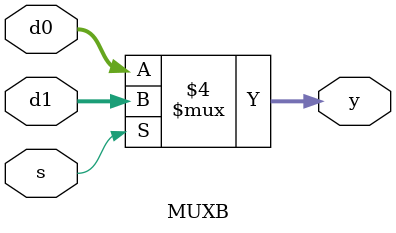
<source format=v>
module MUXB(d0,d1,s,y);
input [3:0] d0,d1;
input s;
output [3:0]y;
reg [3:0]y;

always@(d0 or d1 or s)
begin
	if(s==1)
		y = d1;
	else
		y = d0;
end
endmodule

</source>
